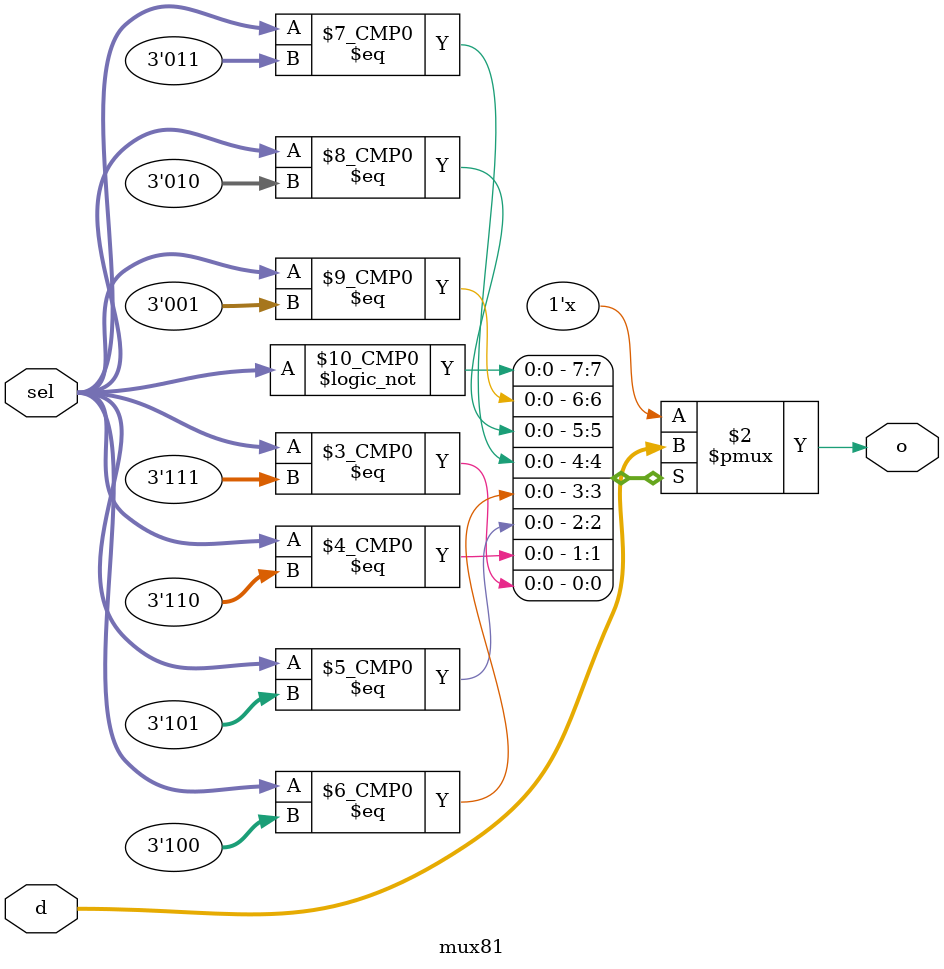
<source format=v>
module mux81 (d, sel, o);

input [0:7] d;
input [0:2] sel;
output reg o;

always @ (d, sel) begin
    case (sel)
        3'b000:  o = d[0];
        3'b001:  o = d[1];
        3'b010:  o = d[2];
        3'b011:  o = d[3];
        3'b100:  o = d[4];
        3'b101:  o = d[5];
        3'b110:  o = d[6];
        3'b111:  o = d[7];
        default: o = 1'b0;
    endcase
end

endmodule

</source>
